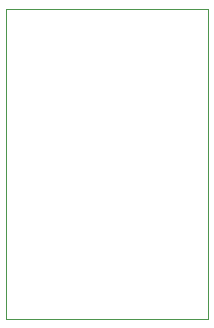
<source format=gbo>
G04 #@! TF.FileFunction,Legend,Bot*
%FSLAX46Y46*%
G04 Gerber Fmt 4.6, Leading zero omitted, Abs format (unit mm)*
G04 Created by KiCad (PCBNEW 4.0.4-1.fc24-product) date Tue Aug 28 16:43:53 2018*
%MOMM*%
%LPD*%
G01*
G04 APERTURE LIST*
%ADD10C,0.100000*%
%ADD11C,0.120000*%
G04 APERTURE END LIST*
D10*
D11*
X126060000Y-95760000D02*
X126060000Y-69440000D01*
X108940000Y-95760000D02*
X108940000Y-69440000D01*
X126060000Y-95760000D02*
X108940000Y-95760000D01*
X126060000Y-69440000D02*
X108940000Y-69440000D01*
M02*

</source>
